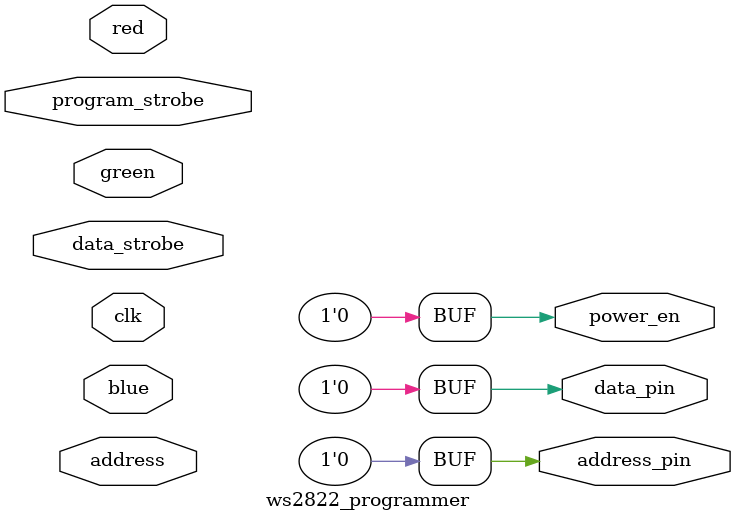
<source format=v>
module ws2822_programmer (
    input clk,

    input [15:0] address,
    input program_strobe,

    input [7:0] red,
    input [7:0] green,
    input [7:0] blue,

    input data_strobe,

    output reg power_en,
    output reg data_pin,
    output reg address_pin
);

    assign power_en = 1'b0;
    assign data_pin = 1'b0;
    assign address_pin = 1'b0;

// Programming steps:
// 1. enable power on
// 2. pull data pin low
// 3. DMX out the programming data
// 4. wait
// 5. disable power
// 6. enable power


endmodule

</source>
